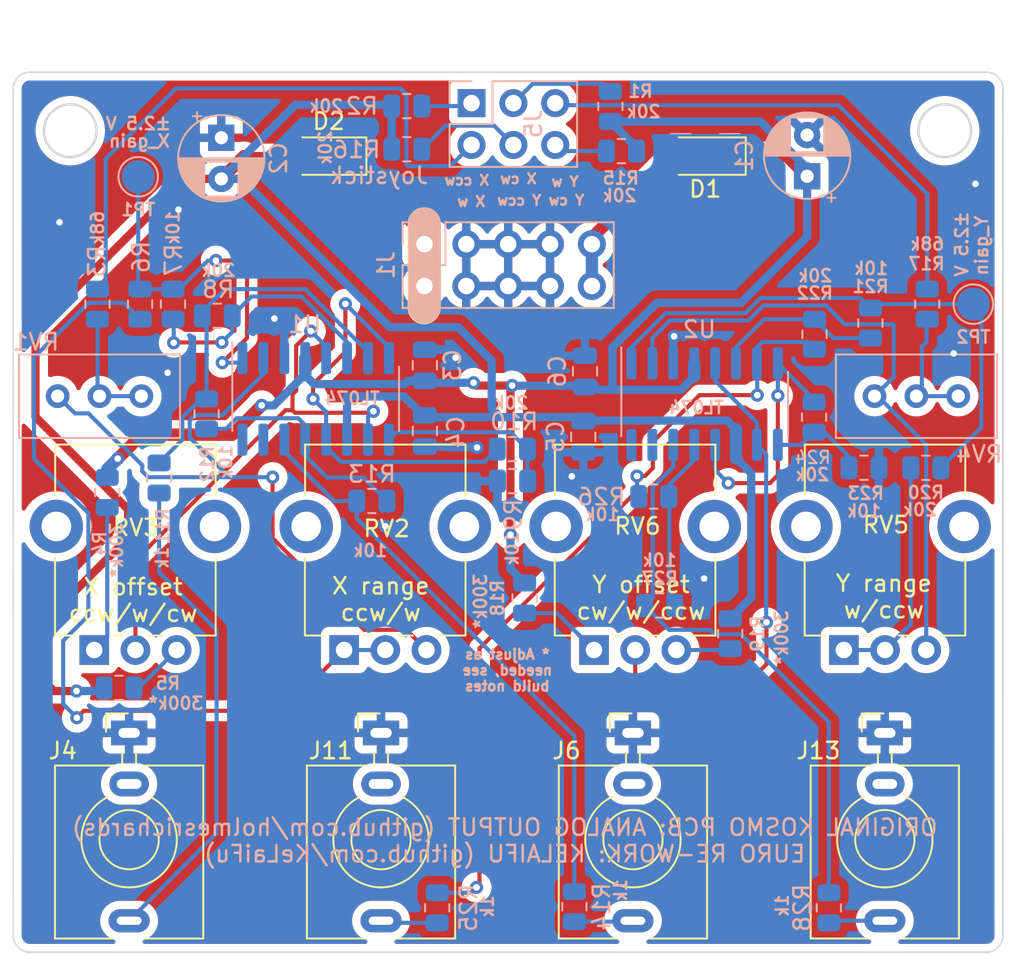
<source format=kicad_pcb>
(kicad_pcb (version 20211014) (generator pcbnew)
  (layers (0 "F.Cu" signal) (31 "B.Cu" signal) (34 "B.Paste" user) (35 "F.Paste" user) (36 "B.SilkS" user "B.Silkscreen") (37 "F.SilkS" user "F.Silkscreen") (38 "B.Mask" user) (39 "F.Mask" user) (44 "Edge.Cuts" user))
  (net 0 "")
  (net 1 "GND")
  (net 2 "+12V")
  (net 3 "-12V")
  (net 4 "/+12_IN")
  (net 5 "/-12_IN")
  (net 6 "/XOUT")
  (net 7 "/~{XOUT}")
  (net 8 "Net-(R6-Pad1)")
  (net 9 "Net-(R7-Pad1)")
  (net 10 "Net-(R10-Pad2)")
  (net 11 "Net-(R10-Pad1)")
  (net 12 "Net-(R20-Pad1)")
  (net 13 "Net-(R21-Pad1)")
  (net 14 "Net-(R22-Pad1)")
  (net 15 "Net-(R23-Pad1)")
  (net 16 "Net-(R24-Pad1)")
  (net 17 "Net-(R26-Pad1)")
  (net 18 "Net-(R27-Pad1)")
  (net 19 "YPOT_CW")
  (net 20 "YPOT_WIPER")
  (net 21 "YPOT_CCW")
  (net 22 "XPOT_CW")
  (net 23 "XPOT_WIPER")
  (net 24 "XPOT_CCW")
  (net 25 "Net-(R4-Pad2)")
  (net 26 "Net-(R6-Pad2)")
  (net 27 "/Y channel/YOUT")
  (net 28 "/Y channel/~{YOUT}")
  (net 29 "Net-(R11-Pad2)")
  (net 30 "Net-(R12-Pad1)")
  (net 31 "Net-(R13-Pad1)")
  (net 32 "Net-(R3-Pad1)")
  (net 33 "Net-(R17-Pad1)")
  (net 34 "Net-(R20-Pad2)")
  (net 35 "Net-(R19-Pad1)")
  (net 36 "Net-(R18-Pad2)")
  (net 37 "Net-(R5-Pad1)")
  (net 38 "Net-(RV4-Pad1)")
  (net 39 "Net-(RV1-Pad1)")
  (net 40 "Net-(RV6-Pad2)")
  (net 41 "Net-(RV3-Pad2)")
  (footprint "Diode_SMD:D_1206_3216Metric" (layer "F.Cu") (at 107.65 110.0725 180)
    (fp_text reference "D2")
    (fp_text value "1N5817")
  )
  (footprint "Diode_SMD:D_1206_3216Metric_Pad1.42x1.75mm_HandSolder" (layer "F.Cu") (at 130.5 110.0725 180)
    (fp_text reference "D1")
    (fp_text value "1N5817")
  )
  (footprint "A1 Footprints:3.5mm_tip_switch_thonkiconn" (layer "F.Cu") (at 95.533693 145.08125)
    (fp_text reference "J4")
    (fp_text value "AudioJack2")
  )
  (footprint "A1 Footprints:3.5mm_tip_switch_thonkiconn" (layer "F.Cu") (at 126.112727 145.08125)
    (fp_text reference "J6")
    (fp_text value "AudioJack2")
  )
  (footprint "A1 Footprints:3.5mm_tip_switch_thonkiconn" (layer "F.Cu") (at 110.82321 145.08125)
    (fp_text reference "J11")
    (fp_text value "AudioJack2")
  )
  (footprint "A1 Footprints:3.5mm_tip_switch_thonkiconn" (layer "F.Cu") (at 141.402245 145.08125)
    (fp_text reference "J13")
    (fp_text value "AudioJack2")
  )
  (footprint "Potentiometer_THT:Potentiometer_Alpha_RD901F-40-00D_Single_Vertical_CircularHoles" (layer "F.Cu") (at 123.749582 140.05125 90)
    (fp_text reference "RV6")
    (fp_text value "B100k")
  )
  (footprint "Potentiometer_THT:Potentiometer_Alpha_RD901F-40-00D_Single_Vertical_CircularHoles" (layer "F.Cu") (at 138.91625 140.05125 90)
    (fp_text reference "RV5")
    (fp_text value "B100k")
  )
  (footprint "Potentiometer_THT:Potentiometer_Alpha_RD901F-40-00D_Single_Vertical_CircularHoles" (layer "F.Cu") (at 108.582916 140.05125 90)
    (fp_text reference "RV2")
    (fp_text value "B100k")
  )
  (footprint "Potentiometer_THT:Potentiometer_Alpha_RD901F-40-00D_Single_Vertical_CircularHoles" (layer "F.Cu") (at 93.41625 140.05125 90)
    (fp_text reference "RV3")
    (fp_text value "B100k")
  )
  (footprint "Capacitor_THT:CP_Radial_D5.0mm_P2.50mm" (layer "B.Cu") (at 101.13 108.954888 -90)
    (fp_text reference "C2")
    (fp_text value "10uF")
  )
  (footprint "Capacitor_THT:CP_Radial_D5.0mm_P2.50mm" (layer "B.Cu") (at 136.68625 111.294888 90)
    (fp_text reference "C1")
    (fp_text value "10uF")
  )
  (footprint "Capacitor_SMD:C_0805_2012Metric" (layer "B.Cu") (at 113.48625 126.75625 90)
    (fp_text reference "C4")
    (fp_text value "0.1uF")
  )
  (footprint "Capacitor_SMD:C_0805_2012Metric" (layer "B.Cu") (at 113.48347 122.76625 90)
    (fp_text reference "C3")
    (fp_text value "0.1uF")
  )
  (footprint "Connector_PinHeader_2.54mm:PinHeader_2x05_P2.54mm_Vertical" (layer "B.Cu") (at 113.46125 115.41625 -90)
    (fp_text reference "J1")
    (fp_text value "Synth_power_2x5")
  )
  (footprint "Connector_PinHeader_2.54mm:PinHeader_2x03_P2.54mm_Vertical" (layer "B.Cu") (at 116.31625 106.85625 -90)
    (fp_text reference "J5")
    (fp_text value "6 pin Molex header")
  )
  (footprint "Resistor_SMD:R_0805_2012Metric" (layer "B.Cu") (at 93.61625 119.05625 90)
    (fp_text reference "R3")
    (fp_text value "68k")
  )
  (footprint "Resistor_SMD:R_0805_2012Metric" (layer "B.Cu") (at 96.19912 119.05625 -90)
    (fp_text reference "R6")
    (fp_text value "20k")
  )
  (footprint "Resistor_SMD:R_0805_2012Metric" (layer "B.Cu") (at 98.19486 119.05625 90)
    (fp_text reference "R7")
    (fp_text value "10k")
  )
  (footprint "Resistor_SMD:R_0805_2012Metric" (layer "B.Cu") (at 100.88199 119.76625)
    (fp_text reference "R8")
    (fp_text value "20k")
  )
  (footprint "Resistor_SMD:R_0805_2012Metric" (layer "B.Cu") (at 118.810346 129.79625 180)
    (fp_text reference "R9")
    (fp_text value "10k")
  )
  (footprint "Resistor_SMD:R_0805_2012Metric" (layer "B.Cu") (at 118.79625 127.85625)
    (fp_text reference "R10")
    (fp_text value "20k")
  )
  (footprint "Resistor_SMD:R_0805_2012Metric" (layer "B.Cu") (at 97.355 129.606203 90)
    (fp_text reference "R11")
    (fp_text value "1k")
  )
  (footprint "Resistor_SMD:R_0805_2012Metric" (layer "B.Cu") (at 100.23625 125.71625 90)
    (fp_text reference "R12")
    (fp_text value "10k")
  )
  (footprint "Resistor_SMD:R_0805_2012Metric" (layer "B.Cu") (at 110.26625 131.00625)
    (fp_text reference "R13")
    (fp_text value "10k")
  )
  (footprint "Resistor_SMD:R_0805_2012Metric" (layer "B.Cu") (at 122.559685 155.626203 90)
    (fp_text reference "R14")
    (fp_text value "1k")
  )
  (footprint "Package_SO:SOIC-16_3.9x9.9mm_P1.27mm" (layer "B.Cu") (at 106.85625 124.80625 -90)
    (fp_text reference "U1")
    (fp_text value "TL074")
  )
  (footprint "Resistor_SMD:R_0805_2012Metric" (layer "B.Cu") (at 124.741582 107.05625 90)
    (fp_text reference "R1")
    (fp_text value "20k")
  )
  (footprint "Resistor_SMD:R_0805_2012Metric" (layer "B.Cu") (at 112.38773 107.03625 180)
    (fp_text reference "R2")
    (fp_text value "20k")
  )
  (footprint "Resistor_SMD:R_0805_2012Metric" (layer "B.Cu") (at 94.20625 130.48625 -90)
    (fp_text reference "R4")
    (fp_text value "300k*")
  )
  (footprint "Resistor_SMD:R_0805_2012Metric" (layer "B.Cu") (at 94.92625 142.34625 180)
    (fp_text reference "R5")
    (fp_text value "300k*")
  )
  (footprint "Capacitor_SMD:C_0805_2012Metric" (layer "B.Cu") (at 123.098914 127.10625 -90)
    (fp_text reference "C5")
    (fp_text value "0.1uF")
  )
  (footprint "Capacitor_SMD:C_0805_2012Metric" (layer "B.Cu") (at 123.205248 123.13625 -90)
    (fp_text reference "C6")
    (fp_text value "0.1uF")
  )
  (footprint "Resistor_SMD:R_0805_2012Metric" (layer "B.Cu") (at 125.417916 109.76625 180)
    (fp_text reference "R15")
    (fp_text value "20k")
  )
  (footprint "Resistor_SMD:R_0805_2012Metric" (layer "B.Cu") (at 112.3906 109.65625 180)
    (fp_text reference "R16")
    (fp_text value "20k")
  )
  (footprint "Resistor_SMD:R_0805_2012Metric" (layer "B.Cu") (at 119.53625 136.89625 -90)
    (fp_text reference "R18")
    (fp_text value "300k*")
  )
  (footprint "Resistor_SMD:R_0805_2012Metric" (layer "B.Cu") (at 132.01625 139.05625 90)
    (fp_text reference "R19")
    (fp_text value "300k*")
  )
  (footprint "Resistor_SMD:R_0805_2012Metric" (layer "B.Cu") (at 143.97625 119.05625 90)
    (fp_text reference "R17")
    (fp_text value "68k")
  )
  (footprint "Resistor_SMD:R_0805_2012Metric" (layer "B.Cu") (at 140.52625 120.20625 90)
    (fp_text reference "R21")
    (fp_text value "10k")
  )
  (footprint "Resistor_SMD:R_0805_2012Metric" (layer "B.Cu") (at 137.13258 120.88625 90)
    (fp_text reference "R22")
    (fp_text value "20k")
  )
  (footprint "Resistor_SMD:R_0805_2012Metric" (layer "B.Cu") (at 140.13625 128.98625)
    (fp_text reference "R23")
    (fp_text value "10k")
  )
  (footprint "Resistor_SMD:R_0805_2012Metric" (layer "B.Cu") (at 137.10625 125.91625 -90)
    (fp_text reference "R24")
    (fp_text value "20k")
  )
  (footprint "Resistor_SMD:R_0805_2012Metric" (layer "B.Cu") (at 114.233362 155.696203 90)
    (fp_text reference "R25")
    (fp_text value "1k")
  )
  (footprint "Resistor_SMD:R_0805_2012Metric" (layer "B.Cu") (at 127.37625 130.73625 180)
    (fp_text reference "R26")
    (fp_text value "10k")
  )
  (footprint "Resistor_SMD:R_0805_2012Metric" (layer "B.Cu") (at 127.74 137.35)
    (fp_text reference "R27")
    (fp_text value "10k")
  )
  (footprint "Resistor_SMD:R_0805_2012Metric" (layer "B.Cu") (at 138.005 155.696203 90)
    (fp_text reference "R28")
    (fp_text value "1k")
  )
  (footprint "Resistor_SMD:R_0805_2012Metric" (layer "B.Cu") (at 143.892 128.991 180)
    (fp_text reference "R20")
    (fp_text value "20k")
  )
  (footprint "Potentiometer_THT:Potentiometer_Bourns_3296W_Vertical" (layer "B.Cu") (at 91.19625 124.642004 180)
    (fp_text reference "RV1")
    (fp_text value "100k")
  )
  (footprint "Potentiometer_THT:Potentiometer_Bourns_3296W_Vertical" (layer "B.Cu") (at 140.778 124.642004 180)
    (fp_text reference "RV4")
    (fp_text value "100k")
  )
  (footprint "TestPoint:TestPoint_Pad_D2.0mm" (layer "B.Cu") (at 96.08625 111.32625)
    (fp_text reference "TP1")
    (fp_text value "X_gain")
  )
  (footprint "TestPoint:TestPoint_Pad_D2.0mm" (layer "B.Cu") (at 146.77625 119.05625)
    (fp_text reference "TP2")
    (fp_text value "Y_gain")
  )
  (footprint "Package_SO:SOIC-16_3.9x9.9mm_P1.27mm" (layer "B.Cu") (at 130.46625 125.12625 -90)
    (fp_text reference "U2")
    (fp_text value "TL074")
  )
  (gr_line (start 113.46 114.18) (end 113.46 119.24) (layer "B.SilkS") (width 2))
  (gr_line (start 113.44 114.18) (end 113.44 119.28) (layer "F.SilkS") (width 2))
  (gr_line (start 88.50375 105.979206) (end 88.50625 157.392805) (layer "Edge.Cuts") (width 0.1))
  (gr_arc (start 148.56625 157.396093) (mid 148.274254 158.103139) (end 147.56625 158.392805) (layer "Edge.Cuts") (width 0.1))
  (gr_arc (start 147.570001 104.979206) (mid 148.277107 105.2721) (end 148.570001 105.979206) (layer "Edge.Cuts") (width 0.1))
  (gr_circle (center 91.96 108.53) (end 93.56 108.53) (layer "Edge.Cuts") (width 0.15) (fill none))
  (gr_line (start 89.50625 104.979206) (end 147.570001 104.979206) (layer "Edge.Cuts") (width 0.1))
  (gr_line (start 148.570001 105.979206) (end 148.56625 157.396093) (layer "Edge.Cuts") (width 0.1))
  (gr_circle (center 145.04 108.53) (end 146.64 108.53) (layer "Edge.Cuts") (width 0.15) (fill none))
  (gr_line (start 89.50625 158.392805) (end 147.56625 158.392805) (layer "Edge.Cuts") (width 0.1))
  (gr_arc (start 89.50625 158.392805) (mid 88.799144 158.099911) (end 88.50625 157.392805) (layer "Edge.Cuts") (width 0.1))
  (gr_arc (start 88.50375 105.979206) (mid 88.797528 105.271215) (end 89.50625 104.979206) (layer "Edge.Cuts") (width 0.1))
  (gr_text "Y w" (at 121.09625 111.61625) (layer "B.SilkS") (effects (font (size 0.6 0.6)) (justify right mirror)))
  (gr_text "Y ccw" (at 117.79625 112.75625) (layer "B.SilkS") (effects (font (size 0.6 0.6)) (justify right mirror)))
  (gr_text "X cw" (at 117.97625 111.44625) (layer "B.SilkS") (effects (font (size 0.6 0.6)) (justify right mirror)))
  (gr_text "X w" (at 115.37625 112.82625) (layer "B.SilkS") (effects (font (size 0.6 0.6)) (justify right mirror)))
  (gr_text "X ccw" (at 114.59625 111.53625) (layer "B.SilkS") (effects (font (size 0.6 0.6)) (justify right mirror)))
  (gr_text "±2.5 V" (at 146.07625 115.40225 90) (layer "B.SilkS") (effects (font (size 0.75 0.75)) (justify mirror)))
  (gr_text "ORIGINAL KOSMO PCB: ANALOG OUTPUT (github.com/holmesrichards)\nEURO RE-WORK: KELAIFU (github.com/KeLaiFu)" (at 118.33 151.62) (layer "B.SilkS") (effects (font (size 1 1)) (justify mirror)))
  (gr_text "Y cw" (at 120.91625 112.74625) (layer "B.SilkS") (effects (font (size 0.6 0.6)) (justify right mirror)))
  (gr_text "Joystick" (at 110.70625 111.24875) (layer "B.SilkS") (effects (font (size 1 1)) (justify mirror)))
  (gr_text "* Adjust as\nneeded, see\nbuild notes" (at 118.48625 141.27625) (layer "B.SilkS") (effects (font (size 0.6 0.6)) (justify mirror)))
  (gr_text "±2.5 V" (at 96.09625 108.10225) (layer "B.SilkS") (effects (font (size 0.75 0.75)) (justify mirror)))
  (gr_text "X range\nccw/w" (at 110.80625 136.96825) (layer "F.SilkS") (effects (font (size 1 1))))
  (gr_text "X offset\nccw/w/cw" (at 95.77625 137.02425) (layer "F.SilkS") (effects (font (size 1 1))))
  (gr_text "Y offset\ncw/w/ccw" (at 126.60425 136.88425) (layer "F.SilkS") (effects (font (size 1 1))))
  (gr_text "Y range\nw/ccw" (at 141.34425 136.80825) (layer "F.SilkS") (effects (font (size 1 1))))
  (via (at 130.43 135.71) (size 0.8) (drill 0.4) (layers "F.Cu" "B.Cu") (net 1))
  (via (at 122.4 129.51) (size 0.8) (drill 0.4) (layers "F.Cu" "B.Cu") (net 1))
  (via (at 116.65 127.76) (size 0.8) (drill 0.4) (layers "F.Cu" "B.Cu") (net 1))
  (via (at 128.61 121.01) (size 0.8) (drill 0.4) (layers "F.Cu" "B.Cu") (net 1))
  (via (at 145.58 122.05) (size 0.8) (drill 0.4) (layers "F.Cu" "B.Cu") (net 1))
  (via (at 111.09 132.54) (size 0.8) (drill 0.4) (layers "F.Cu" "B.Cu") (net 1))
  (via (at 97.87 123.22) (size 0.8) (drill 0.4) (layers "F.Cu" "B.Cu") (net 1))
  (via (at 91.31 114.09) (size 0.8) (drill 0.4) (layers "F.Cu" "B.Cu") (net 1))
  (via (at 104.35 119.93) (size 0.8) (drill 0.4) (layers "F.Cu" "B.Cu") (net 1))
  (via (at 115.35 122.31) (size 0.8) (drill 0.4) (layers "F.Cu" "B.Cu") (net 1))
  (via (at 98.53 113.32) (size 0.8) (drill 0.4) (layers "F.Cu" "B.Cu") (net 1))
  (via (at 146.9 111.76) (size 0.8) (drill 0.4) (layers "F.Cu" "B.Cu") (net 1))
  (segment (start 135.463862 110.0725) (end 136.68625 111.294888) (width 0.75) (layer "F.Cu") (net 2))
  (segment (start 131.9875 110.0725) (end 135.463862 110.0725) (width 0.75) (layer "F.Cu") (net 2))
  (segment (start 118.68 124.1) (end 118.68 133.05) (width 0.5) (layer "F.Cu") (net 2))
  (segment (start 94.841436 128.437332) (end 96.298768 126.98) (width 0.75) (layer "F.Cu") (net 2))
  (segment (start 118.78 124) (end 118.68 124.1) (width 0.5) (layer "F.Cu") (net 2))
  (segment (start 101.8 126.98) (end 103.58 125.2) (width 0.75) (layer "F.Cu") (net 2))
  (segment (start 116.61 124) (end 116.44 123.83) (width 0.5) (layer "F.Cu") (net 2))
  (segment (start 96.298768 126.98) (end 101.8 126.98) (width 0.75) (layer "F.Cu") (net 2))
  (segment (start 118.78 124) (end 116.61 124) (width 0.5) (layer "F.Cu") (net 2))
  (via (at 118.78 124) (size 0.8) (drill 0.4) (layers "F.Cu" "B.Cu") (net 2))
  (via (at 103.58 125.2) (size 0.8) (drill 0.4) (layers "F.Cu" "B.Cu") (net 2))
  (via (at 116.44 123.83) (size 0.8) (drill 0.4) (layers "F.Cu" "B.Cu") (net 2))
  (via (at 118.68 133.05) (size 0.8) (drill 0.4) (layers "F.Cu" "B.Cu") (net 2))
  (via (at 94.841436 128.437332) (size 0.8) (drill 0.4) (layers "F.Cu" "B.Cu") (net 2))
  (segment (start 129.036222 124.25077) (end 129.83125 123.455742) (width 0.5) (layer "B.Cu") (net 2))
  (segment (start 124.741582 107.96875) (end 133.845548 107.96875) (width 0.5) (layer "B.Cu") (net 2))
  (segment (start 113.59722 123.83) (end 113.48347 123.71625) (width 0.75) (layer "B.Cu") (net 2))
  (segment (start 118.68 135.1275) (end 119.53625 135.98375) (width 0.5) (layer "B.Cu") (net 2))
  (segment (start 94.20625 129.072518) (end 94.20625 129.57375) (width 0.75) (layer "B.Cu") (net 2))
  (segment (start 136.68625 114.964828) (end 132.675118 118.97596) (width 0.5) (layer "B.Cu") (net 2))
  (segment (start 136.68625 111.294888) (end 136.68625 114.964828) (width 0.5) (layer "B.Cu") (net 2))
  (segment (start 129.83125 123.455742) (end 129.83125 122.65125) (width 0.75) (layer "B.Cu") (net 2))
  (segment (start 106.22125 123.306249) (end 104.320269 125.20723) (width 0.5) (layer "B.Cu") (net 2))
  (segment (start 124.063602 124.25077) (end 124.87077 124.25077) (width 0.5) (layer "B.Cu") (net 2))
  (segment (start 103.58723 125.20723) (end 103.58 125.2) (width 0.75) (layer "B.Cu") (net 2))
  (segment (start 104.320269 125.20723) (end 103.58723 125.20723) (width 0.5) (layer "B.Cu") (net 2))
  (segment (start 94.841436 128.437332) (end 94.20625 129.072518) (width 0.75) (layer "B.Cu") (net 2))
  (segment (start 112.45375 123.71625) (end 112.26 123.91) (width 0.5) (layer "B.Cu") (net 2))
  (segment (start 118.78 124) (end 118.78875 124.00875) (width 0.5) (layer "B.Cu") (net 2))
  (segment (start 116.44 123.83) (end 113.59722 123.83) (width 0.5) (layer "B.Cu") (net 2))
  (segment (start 133.845548 107.96875) (end 136.68625 110.809452) (width 0.5) (layer "B.Cu") (net 2))
  (segment (start 106.76 123.91) (end 106.22125 123.37125) (width 0.5) (layer "B.Cu") (net 2))
  (segment (start 118.78875 124.00875) (end 123.821582 124.00875) (width 0.5) (layer "B.Cu") (net 2))
  (segment (start 113.48347 123.71625) (end 112.45375 123.71625) (width 0.5) (layer "B.Cu") (net 2))
  (segment (start 126.330416 109.76625) (end 126.330416 109.557584) (width 0.75) (layer "B.Cu") (net 2))
  (segment (start 126.330416 109.557584) (end 124.741582 107.96875) (width 0.5) (layer "B.Cu") (net 2))
  (segment (start 124.87077 121.67923) (end 124.87077 124.25077) (width 0.5) (layer "B.Cu") (net 2))
  (segment (start 106.22125 122.33125) (end 106.22125 123.306249) (width 0.75) (layer "B.Cu") (net 2))
  (segment (start 136.68625 110.809452) (end 136.68625 111.294888) (width 0.75) (layer "B.Cu") (net 2))
  (segment (start 112.26 123.91) (end 106.76 123.91) (width 0.5) (layer "B.Cu") (net 2))
  (segment (start 132.675118 118.97596) (end 127.57404 118.97596) (width 0.5) (layer "B.Cu") (net 2))
  (segment (start 118.68 133.05) (end 118.68 135.1275) (width 0.5) (layer "B.Cu") (net 2))
  (segment (start 127.57404 118.97596) (end 124.87077 121.67923) (width 0.5) (layer "B.Cu") (net 2))
  (segment (start 106.22125 123.37125) (end 106.22125 122.33125) (width 0.75) (layer "B.Cu") (net 2))
  (segment (start 124.87077 124.25077) (end 129.036222 124.25077) (width 0.5) (layer "B.Cu") (net 2))
  (segment (start 89.851739 120.549383) (end 89.851739 125.901739) (width 0.5) (layer "F.Cu") (net 3))
  (segment (start 95.42 133.3) (end 90.61 138.11) (width 0.5) (layer "F.Cu") (net 3))
  (segment (start 90.61 138.11) (end 90.61 142.18) (width 0.5) (layer "F.Cu") (net 3))
  (segment (start 90.61 142.18) (end 90.97 142.54) (width 0.5) (layer "F.Cu") (net 3))
  (segment (start 102.512388 110.0725) (end 101.13 111.454888) (width 0.75) (layer "F.Cu") (net 3))
  (segment (start 101.13 111.454888) (end 98.946234 111.454888) (width 0.5) (layer "F.Cu") (net 3))
  (segment (start 95.47 133.25) (end 95.42 133.3) (width 0.75) (layer "F.Cu") (net 3))
  (segment (start 89.851739 125.901739) (end 95.47 131.52) (width 0.5) (layer "F.Cu") (net 3))
  (segment (start 95.47 131.52) (end 95.47 133.25) (width 0.5) (layer "F.Cu") (net 3))
  (segment (start 106.25 110.0725) (end 102.512388 110.0725) (width 0.5) (layer "F.Cu") (net 3))
  (segment (start 98.946234 111.454888) (end 89.851739 120.549383) (width 0.5) (layer "F.Cu") (net 3))
  (segment (start 90.97 142.54) (end 92.34 142.54) (width 0.5) (layer "F.Cu") (net 3))
  (via (at 92.34 142.54) (size 0.8) (drill 0.4) (layers "F.Cu" "B.Cu") (net 3))
  (segment (start 123.596414 125.91375) (end 123.838914 126.15625) (width 0.5) (layer "B.Cu") (net 3))
  (segment (start 113.4706 125.91375) (end 112.21637 124.65952) (width 0.5) (layer "B.Cu") (net 3))
  (segment (start 132.01625 138.14375) (end 133.294093 136.865907) (width 0.5) (layer "B.Cu") (net 3))
  (segment (start 131.83673 126.12673) (end 132.37125 126.66125) (width 0.5) (layer "B.Cu") (net 3))
  (segment (start 123.838914 126.15625) (end 123.868434 126.12673) (width 0.5) (layer "B.Cu") (net 3))
  (segment (start 132.37125 126.66125) (end 132.37125 127.60125) (width 0.75) (layer "B.Cu") (net 3))
  (segment (start 123.868434 126.12673) (end 131.83673 126.12673) (width 0.5) (layer "B.Cu") (net 3))
  (segment (start 133.294093 129.328585) (end 132.37125 128.405742) (width 0.5) (layer "B.Cu") (net 3))
  (segment (start 112.21637 124.65952) (end 108.76125 124.65952) (width 0.5) (layer "B.Cu") (net 3))
  (segment (start 117.54 125.4) (end 117.54 122.49) (width 0.5) (layer "B.Cu") (net 3))
  (segment (start 111.342102 120.45) (end 102.34699 111.454888) (width 0.5) (layer "B.Cu") (net 3))
  (segment (start 117.54 122.49) (end 115.5 120.45) (width 0.5) (layer "B.Cu") (net 3))
  (segment (start 101.13 111.454888) (end 105.624888 106.96) (width 0.5) (layer "B.Cu") (net 3))
  (segment (start 92.34 142.54) (end 93.82 142.54) (width 0.5) (layer "B.Cu") (net 3))
  (segment (start 118.05375 125.91375) (end 117.54 125.4) (width 0.5) (layer "B.Cu") (net 3))
  (segment (start 111.39898 106.96) (end 111.47523 107.03625) (width 0.75) (layer "B.Cu") (net 3))
  (segment (start 111.47523 109.65338) (end 111.4781 109.65625) (width 0.75) (layer "B.Cu") (net 3))
  (segment (start 102.34699 111.454888) (end 101.13 111.454888) (width 0.5) (layer "B.Cu") (net 3))
  (segment (start 93.82 142.54) (end 94.01375 142.34625) (width 0.5) (layer "B.Cu") (net 3))
  (segment (start 113.4706 125.91375) (end 123.596414 125.91375) (width 0.5) (layer "B.Cu") (net 3))
  (segment (start 133.294093 136.865907) (end 133.294093 129.328585) (width 0.5) (layer "B.Cu") (net 3))
  (segment (start 108.76125 124.65952) (end 108.76125 127.28125) (width 0.5) (layer "B.Cu") (net 3))
  (segment (start 105.624888 106.96) (end 111.39898 106.96) (width 0.5) (layer "B.Cu") (net 3))
  (segment (start 111.47523 107.03625) (end 111.47523 109.65338) (width 0.5) (layer "B.Cu") (net 3))
  (segment (start 115.5 120.45) (end 111.342102 120.45) (width 0.5) (layer "B.Cu") (net 3))
  (segment (start 132.37125 128.405742) (end 132.37125 127.60125) (width 0.75) (layer "B.Cu") (net 3))
  (segment (start 128.575 110.0725) (end 123.62125 115.02625) (width 0.75) (layer "F.Cu") (net 4))
  (segment (start 123.62125 115.02625) (end 123.62125 115.41625) (width 0.75) (layer "F.Cu") (net 4))
  (segment (start 129.0125 110.0725) (end 128.575 110.0725) (width 0.75) (layer "F.Cu") (net 4))
  (segment (start 123.62125 117.95625) (end 123.62125 115.41625) (width 0.75) (layer "B.Cu") (net 4))
  (segment (start 109.05 110.615) (end 113.46125 115.02625) (width 0.5) (layer "F.Cu") (net 5))
  (segment (start 109.05 110.0725) (end 109.05 110.615) (width 0.75) (layer "F.Cu") (net 5))
  (segment (start 113.46125 115.02625) (end 113.46125 115.41625) (width 0.75) (layer "F.Cu") (net 5))
  (segment (start 113.46125 115.41625) (end 113.46125 117.95625) (width 0.75) (layer "B.Cu") (net 5))
  (segment (start 100.84346 138.826739) (end 100.84346 151.171484) (width 0.25) (layer "B.Cu") (net 6))
  (segment (start 97.355 130.518703) (end 97.355 135.338279) (width 0.25) (layer "B.Cu") (net 6))
  (segment (start 97.355 135.338279) (end 100.84346 138.826739) (width 0.25) (layer "B.Cu") (net 6))
  (segment (start 97.207472 154.807472) (end 95.533693 156.48125) (width 0.25) (layer "B.Cu") (net 6))
  (segment (start 100.84346 151.171484) (end 97.207472 154.807472) (width 0.25) (layer "B.Cu") (net 6))
  (segment (start 122.559685 156.538703) (end 126.055274 156.538703) (width 0.25) (layer "B.Cu") (net 7))
  (segment (start 126.055274 156.538703) (end 126.112727 156.48125) (width 0.25) (layer "B.Cu") (net 7))
  (segment (start 102.69 121.11) (end 101.19 122.61) (width 0.25) (layer "F.Cu") (net 8))
  (segment (start 101.93 116.41) (end 102.69 117.17) (width 0.25) (layer "F.Cu") (net 8))
  (segment (start 102.69 117.17) (end 102.69 121.11) (width 0.25) (layer "F.Cu") (net 8))
  (segment (start 100.8 116.41) (end 101.93 116.41) (width 0.25) (layer "F.Cu") (net 8))
  (via (at 101.19 122.61) (size 0.8) (drill 0.4) (layers "F.Cu" "B.Cu") (net 8))
  (via (at 100.8 116.41) (size 0.8) (drill 0.4) (layers "F.Cu" "B.Cu") (net 8))
  (segment (start 96.08625 118.03088) (end 96.19912 118.14375) (width 0.25) (layer "B.Cu") (net 8))
  (segment (start 96.08625 111.32625) (end 96.08625 118.03088) (width 0.25) (layer "B.Cu") (net 8))
  (segment (start 102.1325 122.61) (end 102.41125 122.33125) (width 0.25) (layer "B.Cu") (net 8))
  (segment (start 96.19912 118.14375) (end 98.58486 118.14375) (width 0.25) (layer "B.Cu") (net 8))
  (segment (start 98.58486 118.14375) (end 100.31861 116.41) (width 0.25) (layer "B.Cu") (net 8))
  (segment (start 100.31861 116.41) (end 100.8 116.41) (width 0.25) (layer "B.Cu") (net 8))
  (segment (start 101.19 122.61) (end 102.1325 122.61) (width 0.25) (layer "B.Cu") (net 8))
  (segment (start 98.26 121.38) (end 98.24 121.4) (width 0.25) (layer "F.Cu") (net 9))
  (segment (start 101.16 121.38) (end 98.26 121.38) (width 0.25) (layer "F.Cu") (net 9))
  (via (at 98.24 121.4) (size 0.8) (drill 0.4) (layers "F.Cu" "B.Cu") (net 9))
  (via (at 101.16 121.38) (size 0.8) (drill 0.4) (layers "F.Cu" "B.Cu") (net 9))
  (segment (start 108.76125 121.356251) (end 108.76125 122.33125) (width 0.25) (layer "B.Cu") (net 9))
  (segment (start 98.24 120.01389) (end 98.19486 119.96875) (width 0.25) (layer "B.Cu") (net 9))
  (segment (start 101.79449 120.74551) (end 101.16 121.38) (width 0.25) (layer "B.Cu") (net 9))
  (segment (start 105.998269 118.59327) (end 108.76125 121.356251) (width 0.25) (layer "B.Cu") (net 9))
  (segment (start 98.24 121.4) (end 98.24 120.01389) (width 0.25) (layer "B.Cu") (net 9))
  (segment (start 101.79449 119.76625) (end 101.79449 120.74551) (width 0.25) (layer "B.Cu") (net 9))
  (segment (start 101.79449 119.76625) (end 102.96747 118.59327) (width 0.25) (layer "B.Cu") (net 9))
  (segment (start 102.96747 118.59327) (end 105.998269 118.59327) (width 0.25) (layer "B.Cu") (net 9))
  (segment (start 119.70875 129.782154) (end 119.722846 129.79625) (width 0.25) (layer "B.Cu") (net 10))
  (segment (start 118.68423 126.83173) (end 119.70875 127.85625) (width 0.25) (layer "B.Cu") (net 10))
  (segment (start 111.30125 127.28125) (end 111.75077 126.83173) (width 0.25) (layer "B.Cu") (net 10))
  (segment (start 119.70875 127.85625) (end 119.70875 129.782154) (width 0.25) (layer "B.Cu") (net 10))
  (segment (start 111.75077 126.83173) (end 118.68423 126.83173) (width 0.25) (layer "B.Cu") (net 10))
  (segment (start 108.66 119.04) (end 108.66 121.96) (width 0.25) (layer "F.Cu") (net 11))
  (segment (start 108.66 121.96) (end 106.698534 123.921466) (width 0.25) (layer "F.Cu") (net 11))
  (segment (start 106.698534 123.921466) (end 106.698534 124.807398) (width 0.25) (layer "F.Cu") (net 11))
  (via (at 108.66 119.04) (size 0.8) (drill 0.4) (layers "F.Cu" "B.Cu") (net 11))
  (via (at 106.698534 124.807398) (size 0.8) (drill 0.4) (layers "F.Cu" "B.Cu") (net 11))
  (segment (start 117.10923 128.63077) (end 108.389832 128.63077) (width 0.25) (layer "B.Cu") (net 11))
  (segment (start 108.389832 128.63077) (end 107.49125 127.732188) (width 0.25) (layer "B.Cu") (net 11))
  (segment (start 111.30125 121.68125) (end 111.30125 122.33125) (width 0.25) (layer "B.Cu") (net 11))
  (segment (start 117.88375 127.85625) (end 117.10923 128.63077) (width 0.25) (layer "B.Cu") (net 11))
  (segment (start 108.66 119.04) (end 111.30125 121.68125) (width 0.25) (layer "B.Cu") (net 11))
  (segment (start 107.49125 127.732188) (end 107.49125 127.28125) (width 0.25) (layer "B.Cu") (net 11))
  (segment (start 106.698534 124.807398) (end 107.461136 125.57) (width 0.25) (layer "B.Cu") (net 11))
  (segment (start 107.49125 125.57125) (end 107.49125 127.28125) (width 0.25) (layer "B.Cu") (net 11))
  (segment (start 132.933802 119.60048) (end 133.847073 118.68721) (width 0.25) (layer "B.Cu") (net 12))
  (segment (start 147.26 119.54) (end 147.26 126.5355) (width 0.25) (layer "B.Cu") (net 12))
  (segment (start 146.77625 119.05625) (end 147.26 119.54) (width 0.25) (layer "B.Cu") (net 12))
  (segment (start 128.097021 119.60048) (end 132.933802 119.60048) (width 0.25) (layer "B.Cu") (net 12))
  (segment (start 133.847073 118.68721) (end 139.91971 118.68721) (width 0.25) (layer "B.Cu") (net 12))
  (segment (start 126.02125 122.65125) (end 126.02125 121.676251) (width 0.25) (layer "B.Cu") (net 12))
  (segment (start 139.91971 118.68721) (end 140.52625 119.29375) (width 0.25) (layer "B.Cu") (net 12))
  (segment (start 140.76375 119.05625) (end 140.52625 119.29375) (width 0.25) (layer "B.Cu") (net 12))
  (segment (start 147.26 126.5355) (end 144.8045 128.991) (width 0.25) (layer "B.Cu") (net 12))
  (segment (start 146.77625 119.05625) (end 140.76375 119.05625) (width 0.25) (layer "B.Cu") (net 12))
  (segment (start 126.02125 121.676251) (end 128.097021 119.60048) (width 0.25) (layer "B.Cu") (net 12))
  (segment (start 137.13258 119.97375) (end 134.073751 119.97375) (width 0.25) (layer "B.Cu") (net 13))
  (segment (start 138.27758 121.11875) (end 137.13258 119.97375) (width 0.25) (layer "B.Cu") (net 13))
  (segment (start 134.073751 119.97375) (end 132.37125 121.676251) (width 0.25) (layer "B.Cu") (net 13))
  (segment (start 140.52625 121.11875) (end 138.27758 121.11875) (width 0.25) (layer "B.Cu") (net 13))
  (segment (start 132.37125 121.676251) (end 132.37125 122.65125) (width 0.25) (layer "B.Cu") (net 13))
  (segment (start 130.155854 124.58) (end 127.32 127.415854) (width 0.25) (layer "F.Cu") (net 14))
  (segment (start 126.84 129.49) (end 126.36 129.49) (width 0.25) (layer "F.Cu") (net 14))
  (segment (start 116.8 153.1) (end 116.8 154.28) (width 0.25) (layer "F.Cu") (net 14))
  (segment (start 126.36 130.390787) (end 116.8 139.950787) (width 0.25) (layer "F.Cu") (net 14))
  (segment (start 127.32 129.01) (end 126.84 129.49) (width 0.25) (layer "F.Cu") (net 14))
  (segment (start 133.66 124.58) (end 130.155854 124.58) (width 0.25) (layer "F.Cu") (net 14))
  (segment (start 127.32 127.415854) (end 127.32 129.01) (width 0.25) (layer "F.Cu") (net 14))
  (segment (start 126.36 129.49) (end 126.36 130.390787) (width 0.25) (layer "F.Cu") (net 14))
  (segment (start 116.8 139.950787) (end 116.8 153.1) (width 0.25) (layer "F.Cu") (net 14))
  (segment (start 116.8 154.28) (end 116.62 154.46) (width 0.25) (layer "F.Cu") (net 14))
  (via (at 133.66 124.58) (size 0.8) (drill 0.4) (layers "F.Cu" "B.Cu") (net 14))
  (via (at 126.36 129.49) (size 0.8) (drill 0.4) (layers "F.Cu" "B.Cu") (net 14))
  (via (at 116.62 154.46) (size 0.8) (drill 0.4) (layers "F.Cu" "B.Cu") (net 14))
  (segment (start 133.64125 123.031478) (end 133.64125 122.65125) (width 0.25) (layer "B.Cu") (net 14))
  (segment (start 133.965771 121.35173) (end 136.68556 121.35173) (width 0.25) (layer "B.Cu") (net 14))
  (segment (start 133.64125 121.676251) (end 133.965771 121.35173) (width 0.25) (layer "B.Cu") (net 14))
  (segment (start 133.64125 122.65125) (end 133.64125 121.676251) (width 0.25) (layer "B.Cu") (net 14))
  (segment (start 126.36 130.6325) (end 126.46375 130.73625) (width 0.25) (layer "B.Cu") (net 14))
  (segment (start 136.68556 121.35173) (end 137.13258 121.79875) (width 0.25) (layer "B.Cu") (net 14))
  (segment (start 133.66 123.050228) (end 133.64125 123.031478) (width 0.25) (layer "B.Cu") (net 14))
  (segment (start 126.36 129.49) (end 126.36 130.6325) (width 0.25) (layer "B.Cu") (net 14))
  (segment (start 116.296297 154.783703) (end 114.233362 154.783703) (width 0.25) (layer "B.Cu") (net 14))
  (segment (start 133.66 124.58) (end 133.66 123.050228) (width 0.25) (layer "B.Cu") (net 14))
  (segment (start 116.62 154.46) (end 116.296297 154.783703) (width 0.25) (layer "B.Cu") (net 14))
  (segment (start 139.22375 128.31125) (end 139.22375 128.98625) (width 0.25) (layer "B.Cu") (net 15))
  (segment (start 134.91125 127.60125) (end 136.33375 127.60125) (width 0.25) (layer "B.Cu") (net 15))
  (segment (start 136.33375 127.60125) (end 137.10625 126.82875) (width 0.25) (layer "B.Cu") (net 15))
  (segment (start 137.10625 126.82875) (end 137.74125 126.82875) (width 0.25) (layer "B.Cu") (net 15))
  (segment (start 137.74125 126.82875) (end 139.22375 128.31125) (width 0.25) (layer "B.Cu") (net 15))
  (segment (start 134.91 124.61) (end 134.91 129.44) (width 0.25) (layer "F.Cu") (net 16))
  (segment (start 134.91 129.44) (end 134.43 129.92) (width 0.25) (layer "F.Cu") (net 16))
  (segment (start 134.43 129.92) (end 131.9 129.92) (width 0.25) (layer "F.Cu") (net 16))
  (via (at 131.9 129.92) (size 0.8) (drill 0.4) (layers "F.Cu" "B.Cu") (net 16))
  (via (at 134.91 124.61) (size 0.8) (drill 0.4) (layers "F.Cu" "B.Cu") (net 16))
  (segment (start 131.9 129.92) (end 131.10125 129.12125) (width 0.25) (layer "B.Cu") (net 16))
  (segment (start 137.10625 125.00375) (end 137.10625 124.84625) (width 0.25) (layer "B.Cu") (net 16))
  (segment (start 134.91 124.61) (end 134.91125 124.60875) (width 0.25) (layer "B.Cu") (net 16))
  (segment (start 131.10125 129.12125) (end 131.10125 127.60125) (width 0.25) (layer "B.Cu") (net 16))
  (segment (start 134.91125 124.60875) (end 134.91125 122.65125) (width 0.25) (layer "B.Cu") (net 16))
  (segment (start 137.10625 124.84625) (end 134.91125 122.65125) (width 0.25) (layer "B.Cu") (net 16))
  (segment (start 128.32 137.0175) (end 128.6525 137.35) (width 0.25) (layer "B.Cu") (net 17))
  (segment (start 128.32 130.025) (end 128.32 137.0175) (width 0.25) (layer "B.Cu") (net 17))
  (segment (start 129.83125 127.60125) (end 129.83125 128.51375) (width 0.25) (layer "B.Cu") (net 17))
  (segment (start 129.83125 128.51375) (end 128.32 130.025) (width 0.25) (layer "B.Cu") (net 17))
  (segment (start 130.773261 138.826739) (end 131.046522 139.1) (width 0.25) (layer "B.Cu") (net 18))
  (segment (start 126.8275 137.35) (end 128.304239 138.826739) (width 0.25) (layer "B.Cu") (net 18))
  (segment (start 131.046522 139.1) (end 132.67942 139.1) (width 0.25) (layer "B.Cu") (net 18))
  (segment (start 128.304239 138.826739) (end 130.773261 138.826739) (width 0.25) (layer "B.Cu") (net 18))
  (segment (start 128.56125 128.93183) (end 127.32 130.17308) (width 0.25) (layer "B.Cu") (net 18))
  (segment (start 138.005 144.42558) (end 138.005 154.783703) (width 0.25) (layer "B.Cu") (net 18))
  (segment (start 128.56125 127.60125) (end 128.56125 128.93183) (width 0.25) (layer "B.Cu") (net 18))
  (segment (start 127.32 130.17308) (end 127.32 136.8575) (width 0.25) (layer "B.Cu") (net 18))
  (segment (start 132.67942 139.1) (end 138.005 144.42558) (width 0.25) (layer "B.Cu") (net 18))
  (segment (start 127.32 136.8575) (end 126.8275 137.35) (width 0.25) (layer "B.Cu") (net 18))
  (segment (start 121.39625 109.39625) (end 121.76625 109.76625) (width 0.25) (layer "B.Cu") (net 19))
  (segment (start 121.76625 109.76625) (end 124.505416 109.76625) (width 0.25) (layer "B.Cu") (net 19))
  (segment (start 143.97625 118.14375) (end 143.97625 112.36625) (width 0.25) (layer "B.Cu") (net 20))
  (segment (start 121.52077 106.98077) (end 121.39625 106.85625) (width 0.25) (layer "B.Cu") (net 20))
  (segment (start 143.97625 112.36625) (end 138.59077 106.98077) (width 0.25) (layer "B.Cu") (net 20))
  (segment (start 138.59077 106.98077) (end 121.52077 106.98077) (width 0.25) (layer "B.Cu") (net 20))
  (segment (start 113.3031 109.65625) (end 114.737611 108.221739) (width 0.25) (layer "B.Cu") (net 21))
  (segment (start 114.737611 108.221739) (end 117.681739 108.221739) (width 0.25) (layer "B.Cu") (net 21))
  (segment (start 117.681739 108.221739) (end 118.85625 109.39625) (width 0.25) (layer "B.Cu") (net 21))
  (segment (start 124.279571 105.681739) (end 120.030761 105.681739) (width 0.25) (layer "B.Cu") (net 22))
  (segment (start 124.741582 106.14375) (end 124.279571 105.681739) (width 0.25) (layer "B.Cu") (net 22))
  (segment (start 120.030761 105.681739) (end 118.85625 106.85625) (width 0.25) (layer "B.Cu") (net 22))
  (segment (start 112.36512 110.57512) (end 112.36512 106.32351) (width 0.25) (layer "B.Cu") (net 23))
  (segment (start 115.03173 110.68077) (end 112.47077 110.68077) (width 0.25) (layer "B.Cu") (net 23))
  (segment (start 94.11 110.24) (end 94.11 117.65) (width 0.25) (layer "B.Cu") (net 23))
  (segment (start 112.47077 110.68077) (end 112.36512 110.57512) (width 0.25) (layer "B.Cu") (net 23))
  (segment (start 112.00334 105.96173) (end 98.38827 105.96173) (width 0.25) (layer "B.Cu") (net 23))
  (segment (start 98.38827 105.96173) (end 94.11 110.24) (width 0.25) (layer "B.Cu") (net 23))
  (segment (start 94.11 117.65) (end 93.61625 118.14375) (width 0.25) (layer "B.Cu") (net 23))
  (segment (start 116.31625 109.39625) (end 115.03173 110.68077) (width 0.25) (layer "B.Cu") (net 23))
  (segment (start 112.36512 106.32351) (end 112.00334 105.96173) (width 0.25) (layer "B.Cu") (net 23))
  (segment (start 116.13625 107.03625) (end 116.31625 106.85625) (width 0.25) (layer "B.Cu") (net 24))
  (segment (start 113.30023 107.03625) (end 116.13625 107.03625) (width 0.25) (layer "B.Cu") (net 24))
  (segment (start 94.20625 139.26125) (end 93.41625 140.05125) (width 0.25) (layer "B.Cu") (net 25))
  (segment (start 94.20625 131.39875) (end 94.20625 139.26125) (width 0.25) (layer "B.Cu") (net 25))
  (segment (start 92.78 143.74) (end 104.894166 143.74) (width 0.25) (layer "F.Cu") (net 26))
  (segment (start 92.36 144.16) (end 92.78 143.74) (width 0.25) (layer "F.Cu") (net 26))
  (segment (start 104.894166 143.74) (end 108.582916 140.05125) (width 0.25) (layer "F.Cu") (net 26))
  (via (at 92.36 144.16) (size 0.8) (drill 0.4) (layers "F.Cu" "B.Cu") (net 26))
  (segment (start 91.53 143.33) (end 92.36 144.16) (width 0.25) (layer "B.Cu") (net 26))
  (segment (start 93.060761 137.957717) (end 91.53 139.488478) (width 0.25) (layer "B.Cu") (net 26))
  (segment (start 91.53 139.488478) (end 91.53 143.33) (width 0.25) (layer "B.Cu") (net 26))
  (segment (start 93.07231 118.98077) (end 89.76 122.29308) (width 0.25) (layer "B.Cu") (net 26))
  (segment (start 89.76 122.29308) (end 89.76 128.445045) (width 0.25) (layer "B.Cu") (net 26))
  (segment (start 89.76 128.445045) (end 93.060761 131.745806) (width 0.25) (layer "B.Cu") (net 26))
  (segment (start 96.19912 119.96875) (end 95.21114 118.98077) (width 0.25) (layer "B.Cu") (net 26))
  (segment (start 95.21114 118.98077) (end 93.07231 118.98077) (width 0.25) (layer "B.Cu") (net 26))
  (segment (start 111.082916 140.05125) (end 108.582916 140.05125) (width 0.25) (layer "B.Cu") (net 26))
  (segment (start 93.060761 131.745806) (end 93.060761 137.957717) (width 0.25) (layer "B.Cu") (net 26))
  (segment (start 114.233362 156.608703) (end 110.950663 156.608703) (width 0.25) (layer "B.Cu") (net 27))
  (segment (start 110.950663 156.608703) (end 110.82321 156.48125) (width 0.25) (layer "B.Cu") (net 27))
  (segment (start 138.132453 156.48125) (end 138.005 156.608703) (width 0.25) (layer "B.Cu") (net 28))
  (segment (start 141.402245 156.48125) (end 138.132453 156.48125) (width 0.25) (layer "B.Cu") (net 28))
  (segment (start 101.35199 118.14375) (end 106.223978 118.14375) (width 0.25) (layer "B.Cu") (net 29))
  (segment (start 106.223978 118.14375) (end 110.03125 121.951022) (width 0.25) (layer "B.Cu") (net 29))
  (segment (start 98.76221 127.286493) (end 98.76221 125.935152) (width 0.25) (layer "B.Cu") (net 29))
  (segment (start 97.355 128.693703) (end 98.76221 127.286493) (width 0.25) (layer "B.Cu") (net 29))
  (segment (start 98.76221 125.935152) (end 99.893612 124.80375) (width 0.25) (layer "B.Cu") (net 29))
  (segment (start 100.23625 119.25949) (end 100.23625 124.80375) (width 0.25) (layer "B.Cu") (net 29))
  (segment (start 99.893612 124.80375) (end 100.23625 124.80375) (width 0.25) (layer "B.Cu") (net 29))
  (segment (start 110.03125 121.951022) (end 110.03125 122.33125) (width 0.25) (layer "B.Cu") (net 29))
  (segment (start 101.35199 118.14375) (end 100.23625 119.25949) (width 0.25) (layer "B.Cu") (net 29))
  (segment (start 101.413522 126.62875) (end 102.060542 125.98173) (width 0.25) (layer "B.Cu") (net 30))
  (segment (start 106.22125 128.256249) (end 107.545001 129.58) (width 0.25) (layer "B.Cu") (net 30))
  (segment (start 109.7525 129.58) (end 111.17875 131.00625) (width 0.25) (layer "B.Cu") (net 30))
  (segment (start 100.23625 126.62875) (end 101.413522 126.62875) (width 0.25) (layer "B.Cu") (net 30))
  (segment (start 106.22125 126.40125) (end 106.22125 127.28125) (width 0.25) (layer "B.Cu") (net 30))
  (segment (start 106.22125 127.28125) (end 106.22125 128.256249) (width 0.25) (layer "B.Cu") (net 30))
  (segment (start 107.545001 129.58) (end 109.7525 129.58) (width 0.25) (layer "B.Cu") (net 30))
  (segment (start 105.80173 125.98173) (end 106.22125 126.40125) (width 0.25) (layer "B.Cu") (net 30))
  (segment (start 102.060542 125.98173) (end 105.80173 125.98173) (width 0.25) (layer "B.Cu") (net 30))
  (segment (start 109.35375 132.06375) (end 122.559685 145.269685) (width 0.25) (layer "B.Cu") (net 31))
  (segment (start 104.95125 127.28125) (end 104.95125 127.98125) (width 0.25) (layer "B.Cu") (net 31))
  (segment (start 107.97625 131.00625) (end 109.35375 131.00625) (width 0.25) (layer "B.Cu") (net 31))
  (segment (start 122.559685 145.269685) (end 122.559685 154.713703) (width 0.25) (layer "B.Cu") (net 31))
  (segment (start 104.95125 127.98125) (end 107.97625 131.00625) (width 0.25) (layer "B.Cu") (net 31))
  (segment (start 109.35375 131.00625) (end 109.35375 132.06375) (width 0.25) (layer "B.Cu") (net 31))
  (segment (start 93.61625 124.522004) (end 93.73625 124.642004) (width 0.25) (layer "B.Cu") (net 32))
  (segment (start 93.73625 124.642004) (end 96.27625 124.642004) (width 0.25) (layer "B.Cu") (net 32))
  (segment (start 93.61625 119.96875) (end 93.61625 124.522004) (width 0.25) (layer "B.Cu") (net 32))
  (segment (start 143.94 121.35) (end 143.65 121.64) (width 0.25) (layer "B.Cu") (net 33))
  (segment (start 143.65 121.64) (end 143.65 124.310004) (width 0.25) (layer "B.Cu") (net 33))
  (segment (start 143.65 124.310004) (end 143.318 124.642004) (width 0.25) (layer "B.Cu") (net 33))
  (segment (start 143.94 121.35) (end 143.94 120.308218) (width 0.25) (layer "B.Cu") (net 33))
  (segment (start 143.94 120.308218) (end 143.788391 120.156609) (width 0.25) (layer "B.Cu") (net 33))
  (segment (start 143.318 124.642004) (end 145.858 124.642004) (width 0.25) (layer "B.Cu") (net 33))
  (segment (start 138.91625 140.05125) (end 141.41625 140.05125) (width 0.25) (layer "B.Cu") (net 34))
  (segment (start 142.9795 138.488) (end 141.41625 140.05125) (width 0.25) (layer "B.Cu") (net 34))
  (segment (start 142.9795 128.991) (end 142.9795 138.488) (width 0.25) (layer "B.Cu") (net 34))
  (segment (start 128.749582 140.05125) (end 131.93375 140.05125) (width 0.25) (layer "B.Cu") (net 35))
  (segment (start 131.93375 140.05125) (end 132.01625 139.96875) (width 0.25) (layer "B.Cu") (net 35))
  (segment (start 119.53625 137.80875) (end 121.507082 137.80875) (width 0.25) (layer "B.Cu") (net 36))
  (segment (start 121.507082 137.80875) (end 123.749582 140.05125) (width 0.25) (layer "B.Cu") (net 36))
  (segment (start 96.12125 142.34625) (end 95.83875 142.34625) (width 0.25) (layer "B.Cu") (net 37))
  (segment (start 98.41625 140.05125) (end 96.12125 142.34625) (width 0.25) (layer "B.Cu") (net 37))
  (segment (start 128.364863 120.05) (end 133.12 120.05) (width 0.25) (layer "B.Cu") (net 38))
  (segment (start 127.29125 122.65125) (end 127.29125 121.123613) (width 0.25) (layer "B.Cu") (net 38))
  (segment (start 137.82748 119.13673) (end 138.97248 120.28173) (width 0.25) (layer "B.Cu") (net 38))
  (segment (start 141.94 123.480004) (end 140.778 124.642004) (width 0.25) (layer "B.Cu") (net 38))
  (segment (start 140.778 124.642004) (end 140.972004 124.642004) (width 0.25) (layer "B.Cu") (net 38))
  (segment (start 127.29125 121.123613) (end 128.364863 120.05) (width 0.25) (layer "B.Cu") (net 38))
  (segment (start 143.91625 127.58625) (end 143.91625 140.05125) (width 0.25) (layer "B.Cu") (net 38))
  (segment (start 140.972004 124.642004) (end 143.91625 127.58625) (width 0.25) (layer "B.Cu") (net 38))
  (segment (start 138.97248 120.28173) (end 141.88115 120.28173) (width 0.25) (layer "B.Cu") (net 38))
  (segment (start 141.88115 120.28173) (end 141.94 120.34058) (width 0.25) (layer "B.Cu") (net 38))
  (segment (start 133.12 120.05) (end 134.03327 119.13673) (width 0.25) (layer "B.Cu") (net 38))
  (segment (start 141.94 120.34058) (end 141.94 123.480004) (width 0.25) (layer "B.Cu") (net 38))
  (segment (start 134.03327 119.13673) (end 137.82748 119.13673) (width 0.25) (layer "B.Cu") (net 38))
  (segment (start 112.358405 138.826739) (end 113.582916 140.05125) (width 0.25) (layer "F.Cu") (net 39))
  (segment (start 109.80845 138.826739) (end 112.358405 138.826739) (width 0.25) (layer "F.Cu") (net 39))
  (segment (start 104.24 133.258289) (end 109.80845 138.826739) (width 0.25) (layer "F.Cu") (net 39))
  (segment (start 104.24 129.56) (end 104.24 133.258289) (width 0.25) (layer "F.Cu") (net 39))
  (via (at 104.24 129.56) (size 0.8) (drill 0.4) (layers "F.Cu" "B.Cu") (net 39))
  (segment (start 102.848749 124.138749) (end 103.68125 123.306249) (width 0.25) (layer "B.Cu") (net 39))
  (segment (start 103.68125 123.306249) (end 103.68125 122.33125) (width 0.25) (layer "B.Cu") (net 39))
  (segment (start 95.042821 127.662821) (end 95.16225 127.662821) (width 0.25) (layer "B.Cu") (net 39))
  (segment (start 92.240761 125.686515) (end 93.066515 125.686515) (width 0.25) (layer "B.Cu") (net 39))
  (segment (start 95.16225 127.662821) (end 96.33048 128.831051) (width 0.25) (layer "B.Cu") (net 39))
  (segment (start 99.21173 127.15173) (end 99.21173 126.12135) (width 0.25) (layer "B.Cu") (net 39))
  (segment (start 99.54135 125.79173) (end 101.195768 125.79173) (width 0.25) (layer "B.Cu") (net 39))
  (segment (start 96.33048 129.202163) (end 96.688317 129.56) (width 0.25) (layer "B.Cu") (net 39))
  (segment (start 93.066515 125.686515) (end 95.042821 127.662821) (width 0.25) (layer "B.Cu") (net 39))
  (segment (start 101.195768 125.79173) (end 102.848749 124.138749) (width 0.25) (layer "B.Cu") (net 39))
  (segment (start 91.19625 124.642004) (end 92.240761 125.686515) (width 0.25) (layer "B.Cu") (net 39))
  (segment (start 101.62 129.56) (end 99.21173 127.15173) (width 0.25) (layer "B.Cu") (net 39))
  (segment (start 104.24 129.56) (end 101.62 129.56) (width 0.25) (layer "B.Cu") (net 39))
  (segment (start 99.21173 126.12135) (end 99.54135 125.79173) (width 0.25) (layer "B.Cu") (net 39))
  (segment (start 96.33048 128.831051) (end 96.33048 129.202163) (width 0.25) (layer "B.Cu") (net 39))
  (segment (start 96.688317 129.56) (end 101.72 129.56) (width 0.25) (layer "B.Cu") (net 39))
  (segment (start 126.249582 141.959582) (end 126.249582 140.05125) (width 0.25) (layer "F.Cu") (net 40))
  (segment (start 126.6 142.31) (end 126.249582 141.959582) (width 0.25) (layer "F.Cu") (net 40))
  (segment (start 134.22 140.91) (end 132.82 142.31) (width 0.25) (layer "F.Cu") (net 40))
  (segment (start 132.82 142.31) (end 126.6 142.31) (width 0.25) (layer "F.Cu") (net 40))
  (segment (start 134.22 138.37) (end 134.22 140.91) (width 0.25) (layer "F.Cu") (net 40))
  (via (at 134.22 138.37) (size 0.8) (drill 0.4) (layers "F.Cu" "B.Cu") (net 40))
  (segment (start 134.2 128.16) (end 134.2 131.37) (width 0.25) (layer "B.Cu") (net 40))
  (segment (start 134.19 138.34) (end 134.22 138.37) (width 0.25) (layer "B.Cu") (net 40))
  (segment (start 134.19 138.13) (end 134.19 138.34) (width 0.25) (layer "B.Cu") (net 40))
  (segment (start 133.64125 126.24125) (end 133.64125 127.60125) (width 0.25) (layer "B.Cu") (net 40))
  (segment (start 131.10125 123.70125) (end 133.64125 126.24125) (width 0.25) (layer "B.Cu") (net 40))
  (segment (start 133.64125 127.60125) (end 134.2 128.16) (width 0.25) (layer "B.Cu") (net 40))
  (segment (start 134.2 131.37) (end 134.2 138.12) (width 0.25) (layer "B.Cu") (net 40))
  (segment (start 134.2 138.12) (end 134.19 138.13) (width 0.25) (layer "B.Cu") (net 40))
  (segment (start 131.10125 122.65125) (end 131.10125 123.70125) (width 0.25) (layer "B.Cu") (net 40))
  (segment (start 105.45048 125.495094) (end 105.45048 124.533803) (width 0.25) (layer "F.Cu") (net 41))
  (segment (start 110.26902 125.65) (end 105.605386 125.65) (width 0.25) (layer "F.Cu") (net 41))
  (segment (start 105.45048 125.495094) (end 105.022451 125.495094) (width 0.25) (layer "F.Cu") (net 41))
  (segment (start 110.36 125.55902) (end 110.26902 125.65) (width 0.25) (layer "F.Cu") (net 41))
  (segment (start 105.67 121.58325) (end 106.56 120.69325) (width 0.25) (layer "F.Cu") (net 41))
  (segment (start 105.022451 125.495094) (end 95.91625 134.601295) (width 0.25) (layer "F.Cu") (net 41))
  (segment (start 105.45048 124.533803) (end 105.67 124.314283) (width 0.25) (layer "F.Cu") (net 41))
  (segment (start 95.91625 134.601295) (end 95.91625 140.05125) (width 0.25) (layer "F.Cu") (net 41))
  (segment (start 105.67 124.314283) (end 105.67 121.58325) (width 0.25) (layer "F.Cu") (net 41))
  (segment (start 105.605386 125.65) (end 105.45048 125.495094) (width 0.25) (layer "F.Cu") (net 41))
  (via (at 110.36 125.55902) (size 0.8) (drill 0.4) (layers "F.Cu" "B.Cu") (net 41))
  (via (at 106.56 120.69325) (size 0.8) (drill 0.4) (layers "F.Cu" "B.Cu") (net 41))
  (segment (start 110.36 125.55902) (end 110.03125 125.88777) (width 0.25) (layer "B.Cu") (net 41))
  (segment (start 110.03125 125.88777) (end 110.03125 127.28125) (width 0.25) (layer "B.Cu") (net 41))
  (segment (start 106.56 120.69325) (end 107.49125 121.6245) (width 0.25) (layer "B.Cu") (net 41))
  (segment (start 107.49125 121.6245) (end 107.49125 122.33125) (width 0.25) (layer "B.Cu") (net 41))
  (zone (net 1) (net_name "GND") (layer "F.Cu") (connect_pads (clearance 0.508)) (min_thickness 0.254) (fill yes (thermal_gap 0.508) (thermal_bridge_width 0.508))
    (polygon (pts (xy 149.09625 158.95625) (xy 87.69625 158.95625) (xy 87.69625 103.93625) (xy 149.09625 103.93625)))
  )
  (zone (net 1) (net_name "GND") (layer "B.Cu") (connect_pads (clearance 0.508)) (min_thickness 0.254) (fill yes (thermal_gap 0.508) (thermal_bridge_width 0.508))
    (polygon (pts (xy 149.11625 158.94625) (xy 87.77625 158.94625) (xy 87.77625 104.10625) (xy 149.11625 104.10625)))
  )
)
</source>
